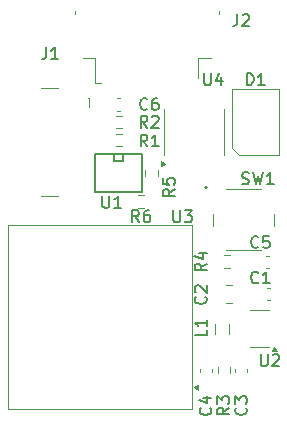
<source format=gbr>
%TF.GenerationSoftware,KiCad,Pcbnew,9.0.2+dfsg-1*%
%TF.CreationDate,2025-09-09T19:53:17+02:00*%
%TF.ProjectId,usb-dmx,7573622d-646d-4782-9e6b-696361645f70,1*%
%TF.SameCoordinates,Original*%
%TF.FileFunction,Legend,Top*%
%TF.FilePolarity,Positive*%
%FSLAX46Y46*%
G04 Gerber Fmt 4.6, Leading zero omitted, Abs format (unit mm)*
G04 Created by KiCad (PCBNEW 9.0.2+dfsg-1) date 2025-09-09 19:53:17*
%MOMM*%
%LPD*%
G01*
G04 APERTURE LIST*
%ADD10C,0.150000*%
%ADD11C,0.120000*%
%ADD12C,0.127000*%
%ADD13C,0.100000*%
%ADD14C,0.200000*%
G04 APERTURE END LIST*
D10*
X91466666Y-63654819D02*
X91466666Y-64369104D01*
X91466666Y-64369104D02*
X91419047Y-64511961D01*
X91419047Y-64511961D02*
X91323809Y-64607200D01*
X91323809Y-64607200D02*
X91180952Y-64654819D01*
X91180952Y-64654819D02*
X91085714Y-64654819D01*
X92466666Y-64654819D02*
X91895238Y-64654819D01*
X92180952Y-64654819D02*
X92180952Y-63654819D01*
X92180952Y-63654819D02*
X92085714Y-63797676D01*
X92085714Y-63797676D02*
X91990476Y-63892914D01*
X91990476Y-63892914D02*
X91895238Y-63940533D01*
X106954819Y-94166666D02*
X106478628Y-94499999D01*
X106954819Y-94738094D02*
X105954819Y-94738094D01*
X105954819Y-94738094D02*
X105954819Y-94357142D01*
X105954819Y-94357142D02*
X106002438Y-94261904D01*
X106002438Y-94261904D02*
X106050057Y-94214285D01*
X106050057Y-94214285D02*
X106145295Y-94166666D01*
X106145295Y-94166666D02*
X106288152Y-94166666D01*
X106288152Y-94166666D02*
X106383390Y-94214285D01*
X106383390Y-94214285D02*
X106431009Y-94261904D01*
X106431009Y-94261904D02*
X106478628Y-94357142D01*
X106478628Y-94357142D02*
X106478628Y-94738094D01*
X105954819Y-93833332D02*
X105954819Y-93214285D01*
X105954819Y-93214285D02*
X106335771Y-93547618D01*
X106335771Y-93547618D02*
X106335771Y-93404761D01*
X106335771Y-93404761D02*
X106383390Y-93309523D01*
X106383390Y-93309523D02*
X106431009Y-93261904D01*
X106431009Y-93261904D02*
X106526247Y-93214285D01*
X106526247Y-93214285D02*
X106764342Y-93214285D01*
X106764342Y-93214285D02*
X106859580Y-93261904D01*
X106859580Y-93261904D02*
X106907200Y-93309523D01*
X106907200Y-93309523D02*
X106954819Y-93404761D01*
X106954819Y-93404761D02*
X106954819Y-93690475D01*
X106954819Y-93690475D02*
X106907200Y-93785713D01*
X106907200Y-93785713D02*
X106859580Y-93833332D01*
X100033333Y-72054819D02*
X99700000Y-71578628D01*
X99461905Y-72054819D02*
X99461905Y-71054819D01*
X99461905Y-71054819D02*
X99842857Y-71054819D01*
X99842857Y-71054819D02*
X99938095Y-71102438D01*
X99938095Y-71102438D02*
X99985714Y-71150057D01*
X99985714Y-71150057D02*
X100033333Y-71245295D01*
X100033333Y-71245295D02*
X100033333Y-71388152D01*
X100033333Y-71388152D02*
X99985714Y-71483390D01*
X99985714Y-71483390D02*
X99938095Y-71531009D01*
X99938095Y-71531009D02*
X99842857Y-71578628D01*
X99842857Y-71578628D02*
X99461905Y-71578628D01*
X100985714Y-72054819D02*
X100414286Y-72054819D01*
X100700000Y-72054819D02*
X100700000Y-71054819D01*
X100700000Y-71054819D02*
X100604762Y-71197676D01*
X100604762Y-71197676D02*
X100509524Y-71292914D01*
X100509524Y-71292914D02*
X100414286Y-71340533D01*
X100033333Y-70454819D02*
X99700000Y-69978628D01*
X99461905Y-70454819D02*
X99461905Y-69454819D01*
X99461905Y-69454819D02*
X99842857Y-69454819D01*
X99842857Y-69454819D02*
X99938095Y-69502438D01*
X99938095Y-69502438D02*
X99985714Y-69550057D01*
X99985714Y-69550057D02*
X100033333Y-69645295D01*
X100033333Y-69645295D02*
X100033333Y-69788152D01*
X100033333Y-69788152D02*
X99985714Y-69883390D01*
X99985714Y-69883390D02*
X99938095Y-69931009D01*
X99938095Y-69931009D02*
X99842857Y-69978628D01*
X99842857Y-69978628D02*
X99461905Y-69978628D01*
X100414286Y-69550057D02*
X100461905Y-69502438D01*
X100461905Y-69502438D02*
X100557143Y-69454819D01*
X100557143Y-69454819D02*
X100795238Y-69454819D01*
X100795238Y-69454819D02*
X100890476Y-69502438D01*
X100890476Y-69502438D02*
X100938095Y-69550057D01*
X100938095Y-69550057D02*
X100985714Y-69645295D01*
X100985714Y-69645295D02*
X100985714Y-69740533D01*
X100985714Y-69740533D02*
X100938095Y-69883390D01*
X100938095Y-69883390D02*
X100366667Y-70454819D01*
X100366667Y-70454819D02*
X100985714Y-70454819D01*
X108461905Y-66854819D02*
X108461905Y-65854819D01*
X108461905Y-65854819D02*
X108700000Y-65854819D01*
X108700000Y-65854819D02*
X108842857Y-65902438D01*
X108842857Y-65902438D02*
X108938095Y-65997676D01*
X108938095Y-65997676D02*
X108985714Y-66092914D01*
X108985714Y-66092914D02*
X109033333Y-66283390D01*
X109033333Y-66283390D02*
X109033333Y-66426247D01*
X109033333Y-66426247D02*
X108985714Y-66616723D01*
X108985714Y-66616723D02*
X108938095Y-66711961D01*
X108938095Y-66711961D02*
X108842857Y-66807200D01*
X108842857Y-66807200D02*
X108700000Y-66854819D01*
X108700000Y-66854819D02*
X108461905Y-66854819D01*
X109985714Y-66854819D02*
X109414286Y-66854819D01*
X109700000Y-66854819D02*
X109700000Y-65854819D01*
X109700000Y-65854819D02*
X109604762Y-65997676D01*
X109604762Y-65997676D02*
X109509524Y-66092914D01*
X109509524Y-66092914D02*
X109414286Y-66140533D01*
X102238095Y-77454819D02*
X102238095Y-78264342D01*
X102238095Y-78264342D02*
X102285714Y-78359580D01*
X102285714Y-78359580D02*
X102333333Y-78407200D01*
X102333333Y-78407200D02*
X102428571Y-78454819D01*
X102428571Y-78454819D02*
X102619047Y-78454819D01*
X102619047Y-78454819D02*
X102714285Y-78407200D01*
X102714285Y-78407200D02*
X102761904Y-78359580D01*
X102761904Y-78359580D02*
X102809523Y-78264342D01*
X102809523Y-78264342D02*
X102809523Y-77454819D01*
X103190476Y-77454819D02*
X103809523Y-77454819D01*
X103809523Y-77454819D02*
X103476190Y-77835771D01*
X103476190Y-77835771D02*
X103619047Y-77835771D01*
X103619047Y-77835771D02*
X103714285Y-77883390D01*
X103714285Y-77883390D02*
X103761904Y-77931009D01*
X103761904Y-77931009D02*
X103809523Y-78026247D01*
X103809523Y-78026247D02*
X103809523Y-78264342D01*
X103809523Y-78264342D02*
X103761904Y-78359580D01*
X103761904Y-78359580D02*
X103714285Y-78407200D01*
X103714285Y-78407200D02*
X103619047Y-78454819D01*
X103619047Y-78454819D02*
X103333333Y-78454819D01*
X103333333Y-78454819D02*
X103238095Y-78407200D01*
X103238095Y-78407200D02*
X103190476Y-78359580D01*
X109433333Y-83559580D02*
X109385714Y-83607200D01*
X109385714Y-83607200D02*
X109242857Y-83654819D01*
X109242857Y-83654819D02*
X109147619Y-83654819D01*
X109147619Y-83654819D02*
X109004762Y-83607200D01*
X109004762Y-83607200D02*
X108909524Y-83511961D01*
X108909524Y-83511961D02*
X108861905Y-83416723D01*
X108861905Y-83416723D02*
X108814286Y-83226247D01*
X108814286Y-83226247D02*
X108814286Y-83083390D01*
X108814286Y-83083390D02*
X108861905Y-82892914D01*
X108861905Y-82892914D02*
X108909524Y-82797676D01*
X108909524Y-82797676D02*
X109004762Y-82702438D01*
X109004762Y-82702438D02*
X109147619Y-82654819D01*
X109147619Y-82654819D02*
X109242857Y-82654819D01*
X109242857Y-82654819D02*
X109385714Y-82702438D01*
X109385714Y-82702438D02*
X109433333Y-82750057D01*
X110385714Y-83654819D02*
X109814286Y-83654819D01*
X110100000Y-83654819D02*
X110100000Y-82654819D01*
X110100000Y-82654819D02*
X110004762Y-82797676D01*
X110004762Y-82797676D02*
X109909524Y-82892914D01*
X109909524Y-82892914D02*
X109814286Y-82940533D01*
X109638095Y-89654819D02*
X109638095Y-90464342D01*
X109638095Y-90464342D02*
X109685714Y-90559580D01*
X109685714Y-90559580D02*
X109733333Y-90607200D01*
X109733333Y-90607200D02*
X109828571Y-90654819D01*
X109828571Y-90654819D02*
X110019047Y-90654819D01*
X110019047Y-90654819D02*
X110114285Y-90607200D01*
X110114285Y-90607200D02*
X110161904Y-90559580D01*
X110161904Y-90559580D02*
X110209523Y-90464342D01*
X110209523Y-90464342D02*
X110209523Y-89654819D01*
X110638095Y-89750057D02*
X110685714Y-89702438D01*
X110685714Y-89702438D02*
X110780952Y-89654819D01*
X110780952Y-89654819D02*
X111019047Y-89654819D01*
X111019047Y-89654819D02*
X111114285Y-89702438D01*
X111114285Y-89702438D02*
X111161904Y-89750057D01*
X111161904Y-89750057D02*
X111209523Y-89845295D01*
X111209523Y-89845295D02*
X111209523Y-89940533D01*
X111209523Y-89940533D02*
X111161904Y-90083390D01*
X111161904Y-90083390D02*
X110590476Y-90654819D01*
X110590476Y-90654819D02*
X111209523Y-90654819D01*
X102354819Y-75666666D02*
X101878628Y-75999999D01*
X102354819Y-76238094D02*
X101354819Y-76238094D01*
X101354819Y-76238094D02*
X101354819Y-75857142D01*
X101354819Y-75857142D02*
X101402438Y-75761904D01*
X101402438Y-75761904D02*
X101450057Y-75714285D01*
X101450057Y-75714285D02*
X101545295Y-75666666D01*
X101545295Y-75666666D02*
X101688152Y-75666666D01*
X101688152Y-75666666D02*
X101783390Y-75714285D01*
X101783390Y-75714285D02*
X101831009Y-75761904D01*
X101831009Y-75761904D02*
X101878628Y-75857142D01*
X101878628Y-75857142D02*
X101878628Y-76238094D01*
X101354819Y-74761904D02*
X101354819Y-75238094D01*
X101354819Y-75238094D02*
X101831009Y-75285713D01*
X101831009Y-75285713D02*
X101783390Y-75238094D01*
X101783390Y-75238094D02*
X101735771Y-75142856D01*
X101735771Y-75142856D02*
X101735771Y-74904761D01*
X101735771Y-74904761D02*
X101783390Y-74809523D01*
X101783390Y-74809523D02*
X101831009Y-74761904D01*
X101831009Y-74761904D02*
X101926247Y-74714285D01*
X101926247Y-74714285D02*
X102164342Y-74714285D01*
X102164342Y-74714285D02*
X102259580Y-74761904D01*
X102259580Y-74761904D02*
X102307200Y-74809523D01*
X102307200Y-74809523D02*
X102354819Y-74904761D01*
X102354819Y-74904761D02*
X102354819Y-75142856D01*
X102354819Y-75142856D02*
X102307200Y-75238094D01*
X102307200Y-75238094D02*
X102259580Y-75285713D01*
X105054819Y-81966666D02*
X104578628Y-82299999D01*
X105054819Y-82538094D02*
X104054819Y-82538094D01*
X104054819Y-82538094D02*
X104054819Y-82157142D01*
X104054819Y-82157142D02*
X104102438Y-82061904D01*
X104102438Y-82061904D02*
X104150057Y-82014285D01*
X104150057Y-82014285D02*
X104245295Y-81966666D01*
X104245295Y-81966666D02*
X104388152Y-81966666D01*
X104388152Y-81966666D02*
X104483390Y-82014285D01*
X104483390Y-82014285D02*
X104531009Y-82061904D01*
X104531009Y-82061904D02*
X104578628Y-82157142D01*
X104578628Y-82157142D02*
X104578628Y-82538094D01*
X104388152Y-81109523D02*
X105054819Y-81109523D01*
X104007200Y-81347618D02*
X104721485Y-81585713D01*
X104721485Y-81585713D02*
X104721485Y-80966666D01*
X104838095Y-65854819D02*
X104838095Y-66664342D01*
X104838095Y-66664342D02*
X104885714Y-66759580D01*
X104885714Y-66759580D02*
X104933333Y-66807200D01*
X104933333Y-66807200D02*
X105028571Y-66854819D01*
X105028571Y-66854819D02*
X105219047Y-66854819D01*
X105219047Y-66854819D02*
X105314285Y-66807200D01*
X105314285Y-66807200D02*
X105361904Y-66759580D01*
X105361904Y-66759580D02*
X105409523Y-66664342D01*
X105409523Y-66664342D02*
X105409523Y-65854819D01*
X106314285Y-66188152D02*
X106314285Y-66854819D01*
X106076190Y-65807200D02*
X105838095Y-66521485D01*
X105838095Y-66521485D02*
X106457142Y-66521485D01*
X96238095Y-76254819D02*
X96238095Y-77064342D01*
X96238095Y-77064342D02*
X96285714Y-77159580D01*
X96285714Y-77159580D02*
X96333333Y-77207200D01*
X96333333Y-77207200D02*
X96428571Y-77254819D01*
X96428571Y-77254819D02*
X96619047Y-77254819D01*
X96619047Y-77254819D02*
X96714285Y-77207200D01*
X96714285Y-77207200D02*
X96761904Y-77159580D01*
X96761904Y-77159580D02*
X96809523Y-77064342D01*
X96809523Y-77064342D02*
X96809523Y-76254819D01*
X97809523Y-77254819D02*
X97238095Y-77254819D01*
X97523809Y-77254819D02*
X97523809Y-76254819D01*
X97523809Y-76254819D02*
X97428571Y-76397676D01*
X97428571Y-76397676D02*
X97333333Y-76492914D01*
X97333333Y-76492914D02*
X97238095Y-76540533D01*
X108066667Y-75207200D02*
X108209524Y-75254819D01*
X108209524Y-75254819D02*
X108447619Y-75254819D01*
X108447619Y-75254819D02*
X108542857Y-75207200D01*
X108542857Y-75207200D02*
X108590476Y-75159580D01*
X108590476Y-75159580D02*
X108638095Y-75064342D01*
X108638095Y-75064342D02*
X108638095Y-74969104D01*
X108638095Y-74969104D02*
X108590476Y-74873866D01*
X108590476Y-74873866D02*
X108542857Y-74826247D01*
X108542857Y-74826247D02*
X108447619Y-74778628D01*
X108447619Y-74778628D02*
X108257143Y-74731009D01*
X108257143Y-74731009D02*
X108161905Y-74683390D01*
X108161905Y-74683390D02*
X108114286Y-74635771D01*
X108114286Y-74635771D02*
X108066667Y-74540533D01*
X108066667Y-74540533D02*
X108066667Y-74445295D01*
X108066667Y-74445295D02*
X108114286Y-74350057D01*
X108114286Y-74350057D02*
X108161905Y-74302438D01*
X108161905Y-74302438D02*
X108257143Y-74254819D01*
X108257143Y-74254819D02*
X108495238Y-74254819D01*
X108495238Y-74254819D02*
X108638095Y-74302438D01*
X108971429Y-74254819D02*
X109209524Y-75254819D01*
X109209524Y-75254819D02*
X109400000Y-74540533D01*
X109400000Y-74540533D02*
X109590476Y-75254819D01*
X109590476Y-75254819D02*
X109828572Y-74254819D01*
X110733333Y-75254819D02*
X110161905Y-75254819D01*
X110447619Y-75254819D02*
X110447619Y-74254819D01*
X110447619Y-74254819D02*
X110352381Y-74397676D01*
X110352381Y-74397676D02*
X110257143Y-74492914D01*
X110257143Y-74492914D02*
X110161905Y-74540533D01*
X100033333Y-68859580D02*
X99985714Y-68907200D01*
X99985714Y-68907200D02*
X99842857Y-68954819D01*
X99842857Y-68954819D02*
X99747619Y-68954819D01*
X99747619Y-68954819D02*
X99604762Y-68907200D01*
X99604762Y-68907200D02*
X99509524Y-68811961D01*
X99509524Y-68811961D02*
X99461905Y-68716723D01*
X99461905Y-68716723D02*
X99414286Y-68526247D01*
X99414286Y-68526247D02*
X99414286Y-68383390D01*
X99414286Y-68383390D02*
X99461905Y-68192914D01*
X99461905Y-68192914D02*
X99509524Y-68097676D01*
X99509524Y-68097676D02*
X99604762Y-68002438D01*
X99604762Y-68002438D02*
X99747619Y-67954819D01*
X99747619Y-67954819D02*
X99842857Y-67954819D01*
X99842857Y-67954819D02*
X99985714Y-68002438D01*
X99985714Y-68002438D02*
X100033333Y-68050057D01*
X100890476Y-67954819D02*
X100700000Y-67954819D01*
X100700000Y-67954819D02*
X100604762Y-68002438D01*
X100604762Y-68002438D02*
X100557143Y-68050057D01*
X100557143Y-68050057D02*
X100461905Y-68192914D01*
X100461905Y-68192914D02*
X100414286Y-68383390D01*
X100414286Y-68383390D02*
X100414286Y-68764342D01*
X100414286Y-68764342D02*
X100461905Y-68859580D01*
X100461905Y-68859580D02*
X100509524Y-68907200D01*
X100509524Y-68907200D02*
X100604762Y-68954819D01*
X100604762Y-68954819D02*
X100795238Y-68954819D01*
X100795238Y-68954819D02*
X100890476Y-68907200D01*
X100890476Y-68907200D02*
X100938095Y-68859580D01*
X100938095Y-68859580D02*
X100985714Y-68764342D01*
X100985714Y-68764342D02*
X100985714Y-68526247D01*
X100985714Y-68526247D02*
X100938095Y-68431009D01*
X100938095Y-68431009D02*
X100890476Y-68383390D01*
X100890476Y-68383390D02*
X100795238Y-68335771D01*
X100795238Y-68335771D02*
X100604762Y-68335771D01*
X100604762Y-68335771D02*
X100509524Y-68383390D01*
X100509524Y-68383390D02*
X100461905Y-68431009D01*
X100461905Y-68431009D02*
X100414286Y-68526247D01*
X105359580Y-94166666D02*
X105407200Y-94214285D01*
X105407200Y-94214285D02*
X105454819Y-94357142D01*
X105454819Y-94357142D02*
X105454819Y-94452380D01*
X105454819Y-94452380D02*
X105407200Y-94595237D01*
X105407200Y-94595237D02*
X105311961Y-94690475D01*
X105311961Y-94690475D02*
X105216723Y-94738094D01*
X105216723Y-94738094D02*
X105026247Y-94785713D01*
X105026247Y-94785713D02*
X104883390Y-94785713D01*
X104883390Y-94785713D02*
X104692914Y-94738094D01*
X104692914Y-94738094D02*
X104597676Y-94690475D01*
X104597676Y-94690475D02*
X104502438Y-94595237D01*
X104502438Y-94595237D02*
X104454819Y-94452380D01*
X104454819Y-94452380D02*
X104454819Y-94357142D01*
X104454819Y-94357142D02*
X104502438Y-94214285D01*
X104502438Y-94214285D02*
X104550057Y-94166666D01*
X104788152Y-93309523D02*
X105454819Y-93309523D01*
X104407200Y-93547618D02*
X105121485Y-93785713D01*
X105121485Y-93785713D02*
X105121485Y-93166666D01*
X108359580Y-94166666D02*
X108407200Y-94214285D01*
X108407200Y-94214285D02*
X108454819Y-94357142D01*
X108454819Y-94357142D02*
X108454819Y-94452380D01*
X108454819Y-94452380D02*
X108407200Y-94595237D01*
X108407200Y-94595237D02*
X108311961Y-94690475D01*
X108311961Y-94690475D02*
X108216723Y-94738094D01*
X108216723Y-94738094D02*
X108026247Y-94785713D01*
X108026247Y-94785713D02*
X107883390Y-94785713D01*
X107883390Y-94785713D02*
X107692914Y-94738094D01*
X107692914Y-94738094D02*
X107597676Y-94690475D01*
X107597676Y-94690475D02*
X107502438Y-94595237D01*
X107502438Y-94595237D02*
X107454819Y-94452380D01*
X107454819Y-94452380D02*
X107454819Y-94357142D01*
X107454819Y-94357142D02*
X107502438Y-94214285D01*
X107502438Y-94214285D02*
X107550057Y-94166666D01*
X107454819Y-93833332D02*
X107454819Y-93214285D01*
X107454819Y-93214285D02*
X107835771Y-93547618D01*
X107835771Y-93547618D02*
X107835771Y-93404761D01*
X107835771Y-93404761D02*
X107883390Y-93309523D01*
X107883390Y-93309523D02*
X107931009Y-93261904D01*
X107931009Y-93261904D02*
X108026247Y-93214285D01*
X108026247Y-93214285D02*
X108264342Y-93214285D01*
X108264342Y-93214285D02*
X108359580Y-93261904D01*
X108359580Y-93261904D02*
X108407200Y-93309523D01*
X108407200Y-93309523D02*
X108454819Y-93404761D01*
X108454819Y-93404761D02*
X108454819Y-93690475D01*
X108454819Y-93690475D02*
X108407200Y-93785713D01*
X108407200Y-93785713D02*
X108359580Y-93833332D01*
X99333333Y-78454819D02*
X99000000Y-77978628D01*
X98761905Y-78454819D02*
X98761905Y-77454819D01*
X98761905Y-77454819D02*
X99142857Y-77454819D01*
X99142857Y-77454819D02*
X99238095Y-77502438D01*
X99238095Y-77502438D02*
X99285714Y-77550057D01*
X99285714Y-77550057D02*
X99333333Y-77645295D01*
X99333333Y-77645295D02*
X99333333Y-77788152D01*
X99333333Y-77788152D02*
X99285714Y-77883390D01*
X99285714Y-77883390D02*
X99238095Y-77931009D01*
X99238095Y-77931009D02*
X99142857Y-77978628D01*
X99142857Y-77978628D02*
X98761905Y-77978628D01*
X100190476Y-77454819D02*
X100000000Y-77454819D01*
X100000000Y-77454819D02*
X99904762Y-77502438D01*
X99904762Y-77502438D02*
X99857143Y-77550057D01*
X99857143Y-77550057D02*
X99761905Y-77692914D01*
X99761905Y-77692914D02*
X99714286Y-77883390D01*
X99714286Y-77883390D02*
X99714286Y-78264342D01*
X99714286Y-78264342D02*
X99761905Y-78359580D01*
X99761905Y-78359580D02*
X99809524Y-78407200D01*
X99809524Y-78407200D02*
X99904762Y-78454819D01*
X99904762Y-78454819D02*
X100095238Y-78454819D01*
X100095238Y-78454819D02*
X100190476Y-78407200D01*
X100190476Y-78407200D02*
X100238095Y-78359580D01*
X100238095Y-78359580D02*
X100285714Y-78264342D01*
X100285714Y-78264342D02*
X100285714Y-78026247D01*
X100285714Y-78026247D02*
X100238095Y-77931009D01*
X100238095Y-77931009D02*
X100190476Y-77883390D01*
X100190476Y-77883390D02*
X100095238Y-77835771D01*
X100095238Y-77835771D02*
X99904762Y-77835771D01*
X99904762Y-77835771D02*
X99809524Y-77883390D01*
X99809524Y-77883390D02*
X99761905Y-77931009D01*
X99761905Y-77931009D02*
X99714286Y-78026247D01*
X105054819Y-87566666D02*
X105054819Y-88042856D01*
X105054819Y-88042856D02*
X104054819Y-88042856D01*
X105054819Y-86709523D02*
X105054819Y-87280951D01*
X105054819Y-86995237D02*
X104054819Y-86995237D01*
X104054819Y-86995237D02*
X104197676Y-87090475D01*
X104197676Y-87090475D02*
X104292914Y-87185713D01*
X104292914Y-87185713D02*
X104340533Y-87280951D01*
X107666666Y-60854819D02*
X107666666Y-61569104D01*
X107666666Y-61569104D02*
X107619047Y-61711961D01*
X107619047Y-61711961D02*
X107523809Y-61807200D01*
X107523809Y-61807200D02*
X107380952Y-61854819D01*
X107380952Y-61854819D02*
X107285714Y-61854819D01*
X108095238Y-60950057D02*
X108142857Y-60902438D01*
X108142857Y-60902438D02*
X108238095Y-60854819D01*
X108238095Y-60854819D02*
X108476190Y-60854819D01*
X108476190Y-60854819D02*
X108571428Y-60902438D01*
X108571428Y-60902438D02*
X108619047Y-60950057D01*
X108619047Y-60950057D02*
X108666666Y-61045295D01*
X108666666Y-61045295D02*
X108666666Y-61140533D01*
X108666666Y-61140533D02*
X108619047Y-61283390D01*
X108619047Y-61283390D02*
X108047619Y-61854819D01*
X108047619Y-61854819D02*
X108666666Y-61854819D01*
X109433333Y-80559580D02*
X109385714Y-80607200D01*
X109385714Y-80607200D02*
X109242857Y-80654819D01*
X109242857Y-80654819D02*
X109147619Y-80654819D01*
X109147619Y-80654819D02*
X109004762Y-80607200D01*
X109004762Y-80607200D02*
X108909524Y-80511961D01*
X108909524Y-80511961D02*
X108861905Y-80416723D01*
X108861905Y-80416723D02*
X108814286Y-80226247D01*
X108814286Y-80226247D02*
X108814286Y-80083390D01*
X108814286Y-80083390D02*
X108861905Y-79892914D01*
X108861905Y-79892914D02*
X108909524Y-79797676D01*
X108909524Y-79797676D02*
X109004762Y-79702438D01*
X109004762Y-79702438D02*
X109147619Y-79654819D01*
X109147619Y-79654819D02*
X109242857Y-79654819D01*
X109242857Y-79654819D02*
X109385714Y-79702438D01*
X109385714Y-79702438D02*
X109433333Y-79750057D01*
X110338095Y-79654819D02*
X109861905Y-79654819D01*
X109861905Y-79654819D02*
X109814286Y-80131009D01*
X109814286Y-80131009D02*
X109861905Y-80083390D01*
X109861905Y-80083390D02*
X109957143Y-80035771D01*
X109957143Y-80035771D02*
X110195238Y-80035771D01*
X110195238Y-80035771D02*
X110290476Y-80083390D01*
X110290476Y-80083390D02*
X110338095Y-80131009D01*
X110338095Y-80131009D02*
X110385714Y-80226247D01*
X110385714Y-80226247D02*
X110385714Y-80464342D01*
X110385714Y-80464342D02*
X110338095Y-80559580D01*
X110338095Y-80559580D02*
X110290476Y-80607200D01*
X110290476Y-80607200D02*
X110195238Y-80654819D01*
X110195238Y-80654819D02*
X109957143Y-80654819D01*
X109957143Y-80654819D02*
X109861905Y-80607200D01*
X109861905Y-80607200D02*
X109814286Y-80559580D01*
X104959580Y-84766666D02*
X105007200Y-84814285D01*
X105007200Y-84814285D02*
X105054819Y-84957142D01*
X105054819Y-84957142D02*
X105054819Y-85052380D01*
X105054819Y-85052380D02*
X105007200Y-85195237D01*
X105007200Y-85195237D02*
X104911961Y-85290475D01*
X104911961Y-85290475D02*
X104816723Y-85338094D01*
X104816723Y-85338094D02*
X104626247Y-85385713D01*
X104626247Y-85385713D02*
X104483390Y-85385713D01*
X104483390Y-85385713D02*
X104292914Y-85338094D01*
X104292914Y-85338094D02*
X104197676Y-85290475D01*
X104197676Y-85290475D02*
X104102438Y-85195237D01*
X104102438Y-85195237D02*
X104054819Y-85052380D01*
X104054819Y-85052380D02*
X104054819Y-84957142D01*
X104054819Y-84957142D02*
X104102438Y-84814285D01*
X104102438Y-84814285D02*
X104150057Y-84766666D01*
X104150057Y-84385713D02*
X104102438Y-84338094D01*
X104102438Y-84338094D02*
X104054819Y-84242856D01*
X104054819Y-84242856D02*
X104054819Y-84004761D01*
X104054819Y-84004761D02*
X104102438Y-83909523D01*
X104102438Y-83909523D02*
X104150057Y-83861904D01*
X104150057Y-83861904D02*
X104245295Y-83814285D01*
X104245295Y-83814285D02*
X104340533Y-83814285D01*
X104340533Y-83814285D02*
X104483390Y-83861904D01*
X104483390Y-83861904D02*
X105054819Y-84433332D01*
X105054819Y-84433332D02*
X105054819Y-83814285D01*
D11*
%TO.C,J1*%
X91045000Y-67120000D02*
X92455000Y-67120000D01*
X91045000Y-76280000D02*
X92455000Y-76280000D01*
X95125000Y-67940000D02*
X94975000Y-67940000D01*
X95125000Y-68740000D02*
X95125000Y-67940000D01*
%TO.C,R3*%
X105977500Y-90745276D02*
X105977500Y-91254724D01*
X107022500Y-90745276D02*
X107022500Y-91254724D01*
%TO.C,R1*%
X97345276Y-70977500D02*
X97854724Y-70977500D01*
X97345276Y-72022500D02*
X97854724Y-72022500D01*
%TO.C,R2*%
X97345276Y-69477500D02*
X97854724Y-69477500D01*
X97345276Y-70522500D02*
X97854724Y-70522500D01*
%TO.C,D1*%
X107225000Y-67150000D02*
X107225000Y-72150000D01*
X107825000Y-72750000D02*
X107225000Y-72150000D01*
X107825000Y-72750000D02*
X111225000Y-72750000D01*
X111225000Y-67150000D02*
X107225000Y-67150000D01*
X111225000Y-67150000D02*
X111225000Y-72750000D01*
%TO.C,U3*%
X88200000Y-78700000D02*
X103800000Y-78700000D01*
X88200000Y-94300000D02*
X88200000Y-78700000D01*
X103800000Y-78700000D02*
X103800000Y-94300000D01*
X103800000Y-94300000D02*
X88200000Y-94300000D01*
X104311000Y-92690000D02*
X103975000Y-92450000D01*
X104311000Y-92210000D01*
X104311000Y-92690000D01*
G36*
X104311000Y-92690000D02*
G01*
X103975000Y-92450000D01*
X104311000Y-92210000D01*
X104311000Y-92690000D01*
G37*
%TO.C,C1*%
X110415580Y-84040000D02*
X110134420Y-84040000D01*
X110415580Y-85060000D02*
X110134420Y-85060000D01*
%TO.C,U2*%
X109500000Y-85940000D02*
X108700000Y-85940000D01*
X109500000Y-85940000D02*
X110300000Y-85940000D01*
X109500000Y-89060000D02*
X108700000Y-89060000D01*
X109500000Y-89060000D02*
X110300000Y-89060000D01*
X111040000Y-89340000D02*
X110560000Y-89340000D01*
X110800000Y-89010000D01*
X111040000Y-89340000D01*
G36*
X111040000Y-89340000D02*
G01*
X110560000Y-89340000D01*
X110800000Y-89010000D01*
X111040000Y-89340000D01*
G37*
%TO.C,R5*%
X99877500Y-74554724D02*
X99877500Y-74045276D01*
X100922500Y-74554724D02*
X100922500Y-74045276D01*
%TO.C,R4*%
X106545276Y-81277500D02*
X107054724Y-81277500D01*
X106545276Y-82322500D02*
X107054724Y-82322500D01*
%TO.C,U4*%
X101440000Y-70800000D02*
X101440000Y-68850000D01*
X101440000Y-70800000D02*
X101440000Y-72750000D01*
X106560000Y-70800000D02*
X106560000Y-68850000D01*
X106560000Y-70800000D02*
X106560000Y-72750000D01*
X101535000Y-73500000D02*
X101205000Y-73740000D01*
X101205000Y-73260000D01*
X101535000Y-73500000D01*
G36*
X101535000Y-73500000D02*
G01*
X101205000Y-73740000D01*
X101205000Y-73260000D01*
X101535000Y-73500000D01*
G37*
D12*
%TO.C,U1*%
X95600000Y-72700000D02*
X97200000Y-72700000D01*
X95600000Y-75900000D02*
X95600000Y-72700000D01*
X97200000Y-72700000D02*
X97200000Y-73300000D01*
X97200000Y-72700000D02*
X98000000Y-72700000D01*
X97200000Y-73300000D02*
X98000000Y-73300000D01*
X98000000Y-72700000D02*
X99600000Y-72700000D01*
X98000000Y-73300000D02*
X98000000Y-72700000D01*
X99600000Y-72700000D02*
X99600000Y-75900000D01*
X99600000Y-75900000D02*
X95600000Y-75900000D01*
D13*
%TO.C,SW1*%
X105600000Y-77750000D02*
X105600000Y-78750000D01*
X106700000Y-75650000D02*
X109700000Y-75650000D01*
X106700000Y-80850000D02*
X109700000Y-80850000D01*
X110800000Y-77750000D02*
X110800000Y-78750000D01*
D14*
X105000000Y-75450000D02*
G75*
G02*
X105000000Y-75650000I0J-100000D01*
G01*
X105000000Y-75650000D02*
G75*
G02*
X105000000Y-75450000I0J100000D01*
G01*
D11*
%TO.C,C6*%
X97746267Y-67990000D02*
X97453733Y-67990000D01*
X97746267Y-69010000D02*
X97453733Y-69010000D01*
%TO.C,C4*%
X104490000Y-90853733D02*
X104490000Y-91146267D01*
X105510000Y-90853733D02*
X105510000Y-91146267D01*
%TO.C,C3*%
X107490000Y-91146267D02*
X107490000Y-90853733D01*
X108510000Y-91146267D02*
X108510000Y-90853733D01*
%TO.C,R6*%
X99754724Y-76177500D02*
X99245276Y-76177500D01*
X99754724Y-77222500D02*
X99245276Y-77222500D01*
%TO.C,L1*%
X105802500Y-87899622D02*
X105802500Y-87100378D01*
X106922500Y-87899622D02*
X106922500Y-87100378D01*
%TO.C,J2*%
X93890000Y-60815000D02*
X93890000Y-60545000D01*
X94600000Y-64600000D02*
X95640000Y-64600000D01*
X95640000Y-66700000D02*
X95640000Y-64600000D01*
X95640000Y-66700000D02*
X96100000Y-66700000D01*
X104360000Y-64600000D02*
X105400000Y-64600000D01*
X104360000Y-66220000D02*
X104360000Y-64600000D01*
X106110000Y-60815000D02*
X106110000Y-60545000D01*
%TO.C,C5*%
X110053733Y-81290000D02*
X110346267Y-81290000D01*
X110053733Y-82310000D02*
X110346267Y-82310000D01*
%TO.C,C2*%
X106688748Y-83815000D02*
X107211252Y-83815000D01*
X106688748Y-85285000D02*
X107211252Y-85285000D01*
%TD*%
M02*

</source>
